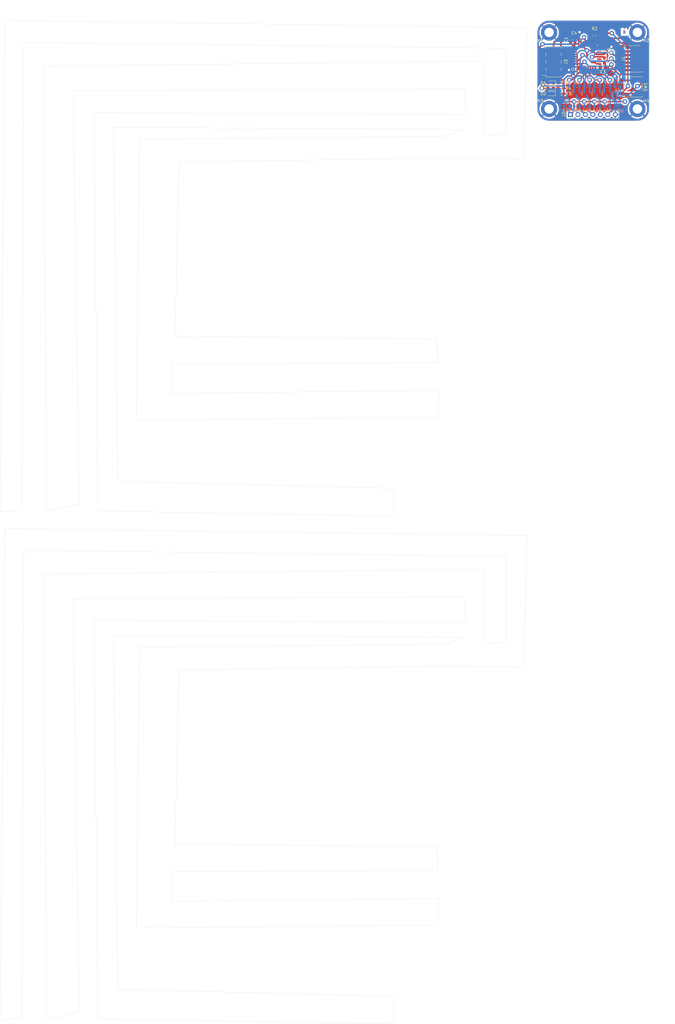
<source format=kicad_pcb>
(kicad_pcb (version 20221018) (generator pcbnew)
  (layers (0 "F.Cu" signal) (31 "B.Cu" signal) (34 "B.Paste" user) (35 "F.Paste" user) (36 "B.SilkS" user "B.Silkscreen") (37 "F.SilkS" user "F.Silkscreen") (38 "B.Mask" user) (39 "F.Mask" user) (44 "Edge.Cuts" user))
  (net 0 "")
  (net 1 "+5V-v2-")
  (net 2 "GND-v2-")
  (net 3 "+3.3V-v2-")
  (net 4 "Net-(D1-K)-v2-")
  (net 6 "Net-(D3-K)-v2-")
  (net 7 "Status_LED-v2-")
  (net 8 "Data_Clock_SNES-v2-")
  (net 9 "Data_Latch_SNES-v2-")
  (net 10 "Net-(D2-K)-v2-")
  (net 11 "Serial_Data1_SNES-v2-")
  (net 12 "Serial_Data2_SNES-v2-")
  (net 13 "SPI_Chip_Select-v2-")
  (net 14 "Chip_Enable-v2-")
  (net 15 "SPI_Digital_Input-v2-")
  (net 16 "SPI_Clock-v2-")
  (net 17 "SPI_Digital_Output-v2-")
  (net 18 "IOBit_SNES-v2-")
  (net 19 "Data_Clock_STM32-v2-")
  (net 20 "Data_Latch_STM32-v2-")
  (net 21 "Appairing_Btn-v2-")
  (net 22 "Net-(U2-BP)-v2-")
  (net 23 "SWDIO-v2-")
  (net 24 "SWDCK-v2-")
  (net 27 "NRST-v2-")
  (net 28 "USART2_RX-v2-")
  (net 29 "USART2_TX-v2-")
  (net 30 "Serial_Data1_STM32-v2-")
  (net 31 "IOBit_STM32-v2-")
  (net 32 "Serial_Data2_STM32-v2-")
  (footprint "Resistor_SMD:R_0603_1608Metric_Pad0.98x0.95mm_HandSolder" (layer "F.Cu") (at 191.76875 22.45)
    (fp_text reference "R1")
    (fp_text value "1k")
  )
  (footprint "Resistor_SMD:R_0603_1608Metric_Pad0.98x0.95mm_HandSolder" (layer "F.Cu") (at 191.76875 24.25)
    (fp_text reference "R4")
    (fp_text value "1k")
  )
  (footprint "Connector_PinHeader_2.54mm:PinHeader_1x07_P2.54mm_Vertical" (layer "F.Cu") (at 195 33.15 90)
    (fp_text reference "J2")
    (fp_text value "Conn_01x07_Socket")
  )
  (footprint "MountingHole:MountingHole_3.2mm_M3_DIN965_Pad" (layer "F.Cu") (at 187.75 5.25)
    (fp_text reference "H1")
    (fp_text value "MountingHole_Pad")
  )
  (footprint "MountingHole:MountingHole_3.2mm_M3_DIN965_Pad" (layer "F.Cu") (at 217.75 5.25)
    (fp_text reference "H2")
    (fp_text value "MountingHole_Pad")
  )
  (footprint "Package_QFP:LQFP-32_7x7mm_P0.8mm" (layer "F.Cu") (at 200.6 13.15 180)
    (fp_text reference "U1")
    (fp_text value "STM32L412KBTx")
  )
  (footprint "Connector_PinHeader_1.27mm:PinHeader_2x07_P1.27mm_Vertical_SMD" (layer "F.Cu") (at 216.75 14.25 180)
    (fp_text reference "J1")
    (fp_text value "Conn_02x07_Odd_Even")
  )
  (footprint "Resistor_SMD:R_0603_1608Metric_Pad0.98x0.95mm_HandSolder" (layer "F.Cu") (at 191.76875 26.05)
    (fp_text reference "R3")
    (fp_text value "1k")
  )
  (footprint "Button_Switch_SMD:SW_SPST_B3S-1000" (layer "F.Cu") (at 216.25 23.75 180)
    (fp_text reference "SW1")
    (fp_text value "SW_SPST")
  )
  (footprint "MountingHole:MountingHole_3.2mm_M3_DIN965_Pad" (layer "F.Cu") (at 217.75 31.25)
    (fp_text reference "H4")
    (fp_text value "MountingHole_Pad")
  )
  (footprint "MountingHole:MountingHole_3.2mm_M3_DIN965_Pad" (layer "F.Cu") (at 187.75 31.25)
    (fp_text reference "H3")
    (fp_text value "MountingHole_Pad")
  )
  (footprint "Capacitor_SMD:C_0603_1608Metric_Pad1.08x0.95mm_HandSolder" (layer "F.Cu") (at 206.0025 17.19)
    (fp_text reference "C3")
    (fp_text value "100n")
  )
  (footprint "Diode_SMD:D_0603_1608Metric_Pad1.05x0.95mm_HandSolder" (layer "F.Cu") (at 188.26875 22.45 180)
    (fp_text reference "D1")
    (fp_text value "LED_Small")
  )
  (footprint "Capacitor_SMD:C_0603_1608Metric_Pad1.08x0.95mm_HandSolder" (layer "F.Cu") (at 196.55 7.75 90)
    (fp_text reference "C4")
    (fp_text value "100n")
  )
  (footprint "Resistor_SMD:R_0603_1608Metric_Pad0.98x0.95mm_HandSolder" (layer "F.Cu") (at 203.17 6.32 90)
    (fp_text reference "R2")
    (fp_text value "10k")
  )
  (footprint "Connector_PinSocket_2.54mm:PinSocket_2x04_P2.54mm_Vertical_SMD" (layer "F.Cu") (at 189.25 15.25 180)
    (fp_text reference "J3")
    (fp_text value "Conn_01x08_Socket")
  )
  (footprint "Capacitor_SMD:C_0603_1608Metric_Pad1.08x0.95mm_HandSolder" (layer "F.Cu") (at 195.05 7.75 90)
    (fp_text reference "C1")
    (fp_text value "10u")
  )
  (footprint "Capacitor_SMD:C_0603_1608Metric_Pad1.08x0.95mm_HandSolder" (layer "F.Cu") (at 206.51 14.8025 90)
    (fp_text reference "C2")
    (fp_text value "100n")
  )
  (footprint "Diode_SMD:D_0603_1608Metric_Pad1.05x0.95mm_HandSolder" (layer "F.Cu") (at 188.26875 24.25 180)
    (fp_text reference "D3")
    (fp_text value "LED")
  )
  (footprint "Diode_SMD:D_0603_1608Metric_Pad1.05x0.95mm_HandSolder" (layer "F.Cu") (at 188.26875 26.05 180)
    (fp_text reference "D2")
    (fp_text value "LED_Small")
  )
  (footprint "Capacitor_SMD:C_0603_1608Metric_Pad1.08x0.95mm_HandSolder" (layer "F.Cu") (at 206.51 11.5 90)
    (fp_text reference "C5")
    (fp_text value "100n")
  )
  (footprint "Resistor_SMD:R_0603_1608Metric_Pad0.98x0.95mm_HandSolder" (layer "B.Cu") (at 193.7 23.45)
    (fp_text reference "R5")
    (fp_text value "10k")
  )
  (footprint "Capacitor_SMD:C_0603_1608Metric_Pad1.08x0.95mm_HandSolder" (layer "B.Cu") (at 210.9 22.2 180)
    (fp_text reference "C7")
    (fp_text value "2.2u")
  )
  (footprint "Package_TO_SOT_SMD:SOT-23" (layer "B.Cu") (at 207.5 26.15 -90)
    (fp_text reference "Q5")
    (fp_text value "2N7002")
  )
  (footprint "Resistor_SMD:R_0603_1608Metric_Pad0.98x0.95mm_HandSolder" (layer "B.Cu") (at 197.15 30.35)
    (fp_text reference "R11")
    (fp_text value "10k")
  )
  (footprint "Package_TO_SOT_SMD:SOT-23" (layer "B.Cu") (at 193.7 26.15 -90)
    (fp_text reference "Q1")
    (fp_text value "2N7002")
  )
  (footprint "Resistor_SMD:R_0603_1608Metric_Pad0.98x0.95mm_HandSolder" (layer "B.Cu") (at 197.15 23.45)
    (fp_text reference "R6")
    (fp_text value "10k")
  )
  (footprint "Resistor_SMD:R_0603_1608Metric_Pad0.98x0.95mm_HandSolder" (layer "B.Cu") (at 204.05 23.45)
    (fp_text reference "R8")
    (fp_text value "10k")
  )
  (footprint "Resistor_SMD:R_0603_1608Metric_Pad0.98x0.95mm_HandSolder" (layer "B.Cu") (at 200.6 30.35)
    (fp_text reference "R12")
    (fp_text value "10k")
  )
  (footprint "Capacitor_SMD:C_0603_1608Metric_Pad1.08x0.95mm_HandSolder" (layer "B.Cu") (at 210.9 23.7 180)
    (fp_text reference "C6")
    (fp_text value "470p")
  )
  (footprint "Package_TO_SOT_SMD:SOT-23" (layer "B.Cu") (at 200.6 26.15 -90)
    (fp_text reference "Q3")
    (fp_text value "2N7002")
  )
  (footprint "Package_TO_SOT_SMD:SOT-23" (layer "B.Cu") (at 204.05 26.15 -90)
    (fp_text reference "Q4")
    (fp_text value "2N7002")
  )
  (footprint "Resistor_SMD:R_0603_1608Metric_Pad0.98x0.95mm_HandSolder" (layer "B.Cu") (at 200.6 23.45)
    (fp_text reference "R7")
    (fp_text value "10k")
  )
  (footprint "Package_SO:MSOP-8_3x3mm_P0.65mm" (layer "B.Cu") (at 211.0125 27.9 -90)
    (fp_text reference "U2")
    (fp_text value "MIC5219-3.3YMM")
  )
  (footprint "Resistor_SMD:R_0603_1608Metric_Pad0.98x0.95mm_HandSolder" (layer "B.Cu") (at 207.5 23.45)
    (fp_text reference "R9")
    (fp_text value "10k")
  )
  (footprint "Package_TO_SOT_SMD:SOT-23" (layer "B.Cu") (at 197.15 26.15 -90)
    (fp_text reference "Q2")
    (fp_text value "2N7002")
  )
  (footprint "Resistor_SMD:R_0603_1608Metric_Pad0.98x0.95mm_HandSolder" (layer "B.Cu") (at 204.05 30.35)
    (fp_text reference "R13")
    (fp_text value "10k")
  )
  (footprint "Resistor_SMD:R_0603_1608Metric_Pad0.98x0.95mm_HandSolder" (layer "B.Cu") (at 207.5 30.35)
    (fp_text reference "R14")
    (fp_text value "10k")
  )
  (footprint "Resistor_SMD:R_0603_1608Metric_Pad0.98x0.95mm_HandSolder" (layer "B.Cu") (at 193.7 30.35)
    (fp_text reference "R10")
    (fp_text value "10k")
  )
  (gr_arc (start 187.75 35.25) (mid 184.921573 34.078427) (end 183.75 31.25) (stroke (width 0.1)) (layer "Edge.Cuts"))
  (gr_line (start 8.639937 167.44989) (end 9.309937 8.63989) (stroke (width 0.05)) (layer "Edge.Cuts"))
  (gr_line (start 59.679937 117.75989) (end 149.999937 117.42989) (stroke (width 0.05)) (layer "Edge.Cuts"))
  (gr_line (start 173.159937 183.14989) (end 173.159937 212.35989) (stroke (width 0.05)) (layer "Edge.Cuts"))
  (gr_arc (start 221.75 31.25) (mid 220.578427 34.078427) (end 217.75 35.25) (stroke (width 0.1)) (layer "Edge.Cuts"))
  (gr_line (start 165.439937 187.51989) (end 16.029937 189.19989) (stroke (width 0.05)) (layer "Edge.Cuts"))
  (gr_arc (start 183.75 5.25) (mid 184.921573 2.421573) (end 187.75 1.25) (stroke (width 0.1)) (layer "Edge.Cuts"))
  (gr_line (start 47.589937 136.89989) (end 149.999937 135.88989) (stroke (width 0.05)) (layer "Edge.Cuts"))
  (gr_line (start 60.679937 280.85989) (end 62.029937 221.76989) (stroke (width 0.05)) (layer "Edge.Cuts"))
  (gr_line (start 179.209937 220.75989) (end 180.219937 176.09989) (stroke (width 0.05)) (layer "Edge.Cuts"))
  (gr_line (start 165.439937 15.01989) (end 16.029937 16.69989) (stroke (width 0.05)) (layer "Edge.Cuts"))
  (gr_line (start 217.75 35.25) (end 187.75 35.25) (stroke (width 0.1)) (layer "Edge.Cuts"))
  (gr_line (start 26.099937 25.08989) (end 159.059937 24.41989) (stroke (width 0.05)) (layer "Edge.Cuts"))
  (gr_line (start 159.399937 205.64989) (end 33.149937 204.97989) (stroke (width 0.05)) (layer "Edge.Cuts"))
  (gr_line (start 16.029937 189.19989) (end 17.039937 340.28989) (stroke (width 0.05)) (layer "Edge.Cuts"))
  (gr_line (start 183.75 31.25) (end 183.75 5.25) (stroke (width 0.1)) (layer "Edge.Cuts"))
  (gr_line (start 150.329937 126.82989) (end 59.679937 127.82989) (stroke (width 0.05)) (layer "Edge.Cuts"))
  (gr_line (start 149.999937 289.92989) (end 149.659937 281.86989) (stroke (width 0.05)) (layer "Edge.Cuts"))
  (gr_line (start 180.219937 3.59989) (end 2.929937 1.24989) (stroke (width 0.05)) (layer "Edge.Cuts"))
  (gr_line (start 16.029937 16.69989) (end 17.039937 167.78989) (stroke (width 0.05)) (layer "Edge.Cuts"))
  (gr_line (start 17.039937 340.28989) (end 28.119937 337.93989) (stroke (width 0.05)) (layer "Edge.Cuts"))
  (gr_line (start 59.679937 300.32989) (end 59.679937 290.25989) (stroke (width 0.05)) (layer "Edge.Cuts"))
  (gr_line (start 150.329937 299.32989) (end 59.679937 300.32989) (stroke (width 0.05)) (layer "Edge.Cuts"))
  (gr_line (start 59.679937 290.25989) (end 149.999937 289.92989) (stroke (width 0.05)) (layer "Edge.Cuts"))
  (gr_line (start 149.999937 135.88989) (end 150.329937 126.82989) (stroke (width 0.05)) (layer "Edge.Cuts"))
  (gr_line (start 158.729937 210.68989) (end 152.349937 213.03989) (stroke (width 0.05)) (layer "Edge.Cuts"))
  (gr_line (start 2.929937 1.24989) (end 1.249937 168.12989) (stroke (width 0.05)) (layer "Edge.Cuts"))
  (gr_line (start 173.159937 212.35989) (end 165.439937 212.69989) (stroke (width 0.05)) (layer "Edge.Cuts"))
  (gr_line (start 134.889937 169.46989) (end 134.889937 160.06989) (stroke (width 0.05)) (layer "Edge.Cuts"))
  (gr_line (start 41.209937 330.21989) (end 39.869937 210.00989) (stroke (width 0.05)) (layer "Edge.Cuts"))
  (gr_line (start 33.149937 204.97989) (end 34.489937 340.28989) (stroke (width 0.05)) (layer "Edge.Cuts"))
  (gr_line (start 159.399937 33.14989) (end 33.149937 32.47989) (stroke (width 0.05)) (layer "Edge.Cuts"))
  (gr_line (start 8.639937 339.94989) (end 9.309937 181.13989) (stroke (width 0.05)) (layer "Edge.Cuts"))
  (gr_line (start 48.599937 214.03989) (end 47.589937 309.39989) (stroke (width 0.05)) (layer "Edge.Cuts"))
  (gr_line (start 179.209937 48.25989) (end 180.219937 3.59989) (stroke (width 0.05)) (layer "Edge.Cuts"))
  (gr_line (start 2.929937 173.74989) (end 1.249937 340.62989) (stroke (width 0.05)) (layer "Edge.Cuts"))
  (gr_line (start 180.219937 176.09989) (end 2.929937 173.74989) (stroke (width 0.05)) (layer "Edge.Cuts"))
  (gr_line (start 149.659937 109.36989) (end 60.679937 108.35989) (stroke (width 0.05)) (layer "Edge.Cuts"))
  (gr_line (start 26.099937 197.58989) (end 159.059937 196.91989) (stroke (width 0.05)) (layer "Edge.Cuts"))
  (gr_line (start 47.589937 309.39989) (end 149.999937 308.38989) (stroke (width 0.05)) (layer "Edge.Cuts"))
  (gr_line (start 48.599937 41.53989) (end 47.589937 136.89989) (stroke (width 0.05)) (layer "Edge.Cuts"))
  (gr_line (start 152.349937 40.53989) (end 48.599937 41.53989) (stroke (width 0.05)) (layer "Edge.Cuts"))
  (gr_line (start 134.889937 332.56989) (end 41.209937 330.21989) (stroke (width 0.05)) (layer "Edge.Cuts"))
  (gr_line (start 9.309937 181.13989) (end 173.159937 183.14989) (stroke (width 0.05)) (layer "Edge.Cuts"))
  (gr_line (start 39.869937 210.00989) (end 158.729937 210.68989) (stroke (width 0.05)) (layer "Edge.Cuts"))
  (gr_line (start 17.039937 167.78989) (end 28.119937 165.43989) (stroke (width 0.05)) (layer "Edge.Cuts"))
  (gr_line (start 62.029937 221.76989) (end 153.019937 220.41989) (stroke (width 0.05)) (layer "Edge.Cuts"))
  (gr_line (start 9.309937 8.63989) (end 173.159937 10.64989) (stroke (width 0.05)) (layer "Edge.Cuts"))
  (gr_line (start 34.489937 167.78989) (end 134.889937 169.46989) (stroke (width 0.05)) (layer "Edge.Cuts"))
  (gr_line (start 41.209937 157.71989) (end 39.869937 37.50989) (stroke (width 0.05)) (layer "Edge.Cuts"))
  (gr_line (start 62.029937 49.26989) (end 153.019937 47.91989) (stroke (width 0.05)) (layer "Edge.Cuts"))
  (gr_line (start 33.149937 32.47989) (end 34.489937 167.78989) (stroke (width 0.05)) (layer "Edge.Cuts"))
  (gr_line (start 149.999937 117.42989) (end 149.659937 109.36989) (stroke (width 0.05)) (layer "Edge.Cuts"))
  (gr_line (start 165.439937 40.19989) (end 165.439937 15.01989) (stroke (width 0.05)) (layer "Edge.Cuts"))
  (gr_line (start 59.679937 127.82989) (end 59.679937 117.75989) (stroke (width 0.05)) (layer "Edge.Cuts"))
  (gr_line (start 159.059937 196.91989) (end 159.399937 205.64989) (stroke (width 0.05)) (layer "Edge.Cuts"))
  (gr_line (start 39.869937 37.50989) (end 158.729937 38.18989) (stroke (width 0.05)) (layer "Edge.Cuts"))
  (gr_line (start 1.249937 340.62989) (end 8.639937 339.94989) (stroke (width 0.05)) (layer "Edge.Cuts"))
  (gr_arc (start 217.75 1.25) (mid 220.578427 2.421573) (end 221.75 5.25) (stroke (width 0.1)) (layer "Edge.Cuts"))
  (gr_line (start 34.489937 340.28989) (end 134.889937 341.96989) (stroke (width 0.05)) (layer "Edge.Cuts"))
  (gr_line (start 28.119937 165.43989) (end 26.099937 25.08989) (stroke (width 0.05)) (layer "Edge.Cuts"))
  (gr_line (start 153.019937 220.41989) (end 179.209937 220.75989) (stroke (width 0.05)) (layer "Edge.Cuts"))
  (gr_line (start 221.75 5.25) (end 221.75 31.25) (stroke (width 0.1)) (layer "Edge.Cuts"))
  (gr_line (start 187.75 1.25) (end 217.75 1.25) (stroke (width 0.1)) (layer "Edge.Cuts"))
  (gr_line (start 149.659937 281.86989) (end 60.679937 280.85989) (stroke (width 0.05)) (layer "Edge.Cuts"))
  (gr_line (start 153.019937 47.91989) (end 179.209937 48.25989) (stroke (width 0.05)) (layer "Edge.Cuts"))
  (gr_line (start 134.889937 160.06989) (end 41.209937 157.71989) (stroke (width 0.05)) (layer "Edge.Cuts"))
  (gr_line (start 173.159937 39.85989) (end 165.439937 40.19989) (stroke (width 0.05)) (layer "Edge.Cuts"))
  (gr_line (start 165.439937 212.69989) (end 165.439937 187.51989) (stroke (width 0.05)) (layer "Edge.Cuts"))
  (gr_line (start 152.349937 213.03989) (end 48.599937 214.03989) (stroke (width 0.05)) (layer "Edge.Cuts"))
  (gr_line (start 134.889937 341.96989) (end 134.889937 332.56989) (stroke (width 0.05)) (layer "Edge.Cuts"))
  (gr_line (start 159.059937 24.41989) (end 159.399937 33.14989) (stroke (width 0.05)) (layer "Edge.Cuts"))
  (gr_line (start 149.999937 308.38989) (end 150.329937 299.32989) (stroke (width 0.05)) (layer "Edge.Cuts"))
  (gr_line (start 1.249937 168.12989) (end 8.639937 167.44989) (stroke (width 0.05)) (layer "Edge.Cuts"))
  (gr_line (start 158.729937 38.18989) (end 152.349937 40.53989) (stroke (width 0.05)) (layer "Edge.Cuts"))
  (gr_line (start 173.159937 10.64989) (end 173.159937 39.85989) (stroke (width 0.05)) (layer "Edge.Cuts"))
  (gr_line (start 60.679937 108.35989) (end 62.029937 49.26989) (stroke (width 0.05)) (layer "Edge.Cuts"))
  (gr_line (start 28.119937 337.93989) (end 26.099937 197.58989) (stroke (width 0.05)) (layer "Edge.Cuts"))
  (gr_text "SNES Plug" (at 205.75 3.75) (layer "F.Cu") (effects (font (size 1 1)) (justify left bottom)))
  (gr_text "T" (at 212.75 5.75) (layer "F.Cu") (effects (font (size 1 1)) (justify left bottom)))
  (gr_text "B" (at 212.75 5.75) (layer "B.Cu") (effects (font (size 1 1)) (justify left bottom)))
  (segment (start 206.5875 28.75) (end 213.5 28.75) (width 0.5) (layer "F.Cu") (net 1))
  (segment (start 203.1375 28.75) (end 199.6875 28.75) (width 0.5) (layer "F.Cu") (net 1))
  (segment (start 196.2375 28.75) (end 199.6875 28.75) (width 0.3) (layer "F.Cu") (net 1))
  (segment (start 191.5 28.75) (end 196.2375 28.75) (width 0.5) (layer "F.Cu") (net 1))
  (segment (start 187.39375 26.084561) (end 188.809189 27.5) (width 0.5) (layer "F.Cu") (net 1))
  (segment (start 187.39375 26.05) (end 187.39375 26.084561) (width 0.5) (layer "F.Cu") (net 1))
  (segment (start 190.25 27.5) (end 191.5 28.75) (width 0.5) (layer "F.Cu") (net 1))
  (segment (start 196.2375 28.75) (end 196.2375 31.9125) (width 0.5) (layer "F.Cu") (net 1))
  (segment (start 196.2375 31.9125) (end 195 33.15) (width 0.5) (layer "F.Cu") (net 1))
  (segment (start 203.1375 28.75) (end 206.5875 28.75) (width 0.5) (layer "F.Cu") (net 1))
  (segment (start 188.809189 27.5) (end 190.25 27.5) (width 0.5) (layer "F.Cu") (net 1))
  (via (at 213.5 28.75) (size 1.6) (drill 0.8) (layers "F.Cu" "B.Cu") (net 1))
  (via (at 199.6875 28.75) (size 1.6) (drill 0.8) (layers "F.Cu" "B.Cu") (net 1))
  (via (at 203.1375 28.75) (size 1.6) (drill 0.8) (layers "F.Cu" "B.Cu") (net 1))
  (via (at 196.2375 28.75) (size 1.6) (drill 0.8) (layers "F.Cu" "B.Cu") (net 1))
  (via (at 206.5875 28.75) (size 1.6) (drill 0.8) (layers "F.Cu" "B.Cu") (net 1))
  (segment (start 195 33.15) (end 195 32.5625) (width 0.5) (layer "B.Cu") (net 1))
  (segment (start 212.106739 28.65) (end 210.6875 27.230761) (width 0.5) (layer "B.Cu") (net 1))
  (segment (start 203.1375 28.75) (end 203.1375 30.35) (width 0.5) (layer "B.Cu") (net 1))
  (segment (start 196.2375 30.35) (end 196.2375 28.75) (width 0.5) (layer "B.Cu") (net 1))
  (segment (start 210.6875 25.7875) (end 210.6875 27.230761) (width 0.3) (layer "B.Cu") (net 1))
  (segment (start 199.6875 28.75) (end 199.6875 30.35) (width 0.5) (layer "B.Cu") (net 1))
  (segment (start 213.4 28.65) (end 212.106739 28.65) (width 0.5) (layer "B.Cu") (net 1))
  (segment (start 195 32.5625) (end 192.7875 30.35) (width 0.5) (layer "B.Cu") (net 1))
  (segment (start 213.5 28.75) (end 213.4 28.65) (width 0.5) (layer "B.Cu") (net 1))
  (segment (start 206.5875 28.75) (end 206.5875 30.35) (width 0.5) (layer "B.Cu") (net 1))
  (segment (start 208.899189 10.15) (end 208.411689 10.6375) (width 0.5) (layer "F.Cu") (net 2))
  (segment (start 193.44 19.06) (end 191.77 19.06) (width 0.5) (layer "F.Cu") (net 2))
  (segment (start 204.29 18.215) (end 205.84 18.215) (width 0.5) (layer "F.Cu") (net 2))
  (segment (start 196.55 6.8875) (end 196.55 6.7) (width 0.5) (layer "F.Cu") (net 2))
  (segment (start 206.51 15.591193) (end 207.535 14.566193) (width 0.5) (layer "F.Cu") (net 2))
  (segment (start 208.411689 10.6375) (end 206.51 10.6375) (width 0.5) (layer "F.Cu") (net 2))
  (segment (start 206.865 17.19) (end 206.865 16.02) (width 0.5) (layer "F.Cu") (net 2))
  (segment (start 194.5 18) (end 193.44 19.06) (width 0.5) (layer "F.Cu") (net 2))
  (segment (start 207.535 11.6625) (end 206.51 10.6375) (width 0.5) (layer "F.Cu") (net 2))
  (segment (start 195.05 6.8875) (end 196.55 6.8875) (width 0.5) (layer "F.Cu") (net 2))
  (segment (start 196.55 6.7) (end 198.1 5.15) (width 0.5) (layer "F.Cu") (net 2))
  (segment (start 203.4 17.325) (end 204.29 18.215) (width 0.5) (layer "F.Cu") (net 2))
  (segment (start 197.8 5.45) (end 197.8 8.975) (width 0.5) (layer "F.Cu") (net 2))
  (segment (start 198.1 5.15) (end 197.8 5.45) (width 0.5) (layer "F.Cu") (net 2))
  (segment (start 207.535 14.566193) (end 207.535 11.6625) (width 0.5) (layer "F.Cu") (net 2))
  (segment (start 205.84 18.215) (end 206.865 17.19) (width 0.5) (layer "F.Cu") (net 2))
  (segment (start 206.865 16.02) (end 206.51 15.665) (width 0.5) (layer "F.Cu") (net 2))
  (segment (start 206.51 15.665) (end 206.51 15.591193) (width 0.5) (layer "F.Cu") (net 2))
  (via (at 194.5 18) (size 1.6) (drill 0.8) (layers "F.Cu" "B.Cu") (net 2))
  (via (at 198.1 5.15) (size 1.6) (drill 0.8) (layers "F.Cu" "B.Cu") (net 2))
  (via (at 208.899189 10.15) (size 1.6) (drill 0.8) (layers "F.Cu" "B.Cu") (net 2))
  (via (at 210.0375 20.15) (size 1.6) (drill 0.8) (layers "F.Cu" "B.Cu") (net 2))
  (segment (start 206.15 10.15) (end 201.15 5.15) (width 0.5) (layer "B.Cu") (net 2))
  (segment (start 210.0375 22.2) (end 210.0375 23.7) (width 0.5) (layer "B.Cu") (net 2))
  (segment (start 210.0375 22.2) (end 210.0375 20.15) (width 0.5) (layer "B.Cu") (net 2))
  (segment (start 208.899189 10.15) (end 206.15 10.15) (width 0.5) (layer "B.Cu") (net 2))
  (segment (start 210.0375 20.1875) (end 210 20.15) (width 0.5) (layer "B.Cu") (net 2))
  (segment (start 201.15 5.15) (end 198.1 5.15) (width 0.5) (layer "B.Cu") (net 2))
  (segment (start 220.225 21.5) (end 220.75 20.975) (width 0.5) (layer "F.Cu") (net 3))
  (segment (start 196.425 8.7375) (end 196.55 8.6125) (width 0.5) (layer "F.Cu") (net 3))
  (segment (start 205.14 16.315) (end 204.775 15.95) (width 0.5) (layer "F.Cu") (net 3))
  (segment (start 220.75 20.975) (end 220.75 17.14) (width 0.5) (layer "F.Cu") (net 3))
  (segment (start 196.425 10.35) (end 196.425 8.7375) (width 0.5) (layer "F.Cu") (net 3))
  (segment (start 204.775 12.75) (end 203.75 12.75) (width 0.5) (layer "F.Cu") (net 3))
  (segment (start 218.7 16.79) (end 220.4 16.79) (width 0.5) (layer "F.Cu") (net 3))
  (segment (start 202.4 11.4) (end 200.6 11.4) (width 0.5) (layer "F.Cu") (net 3))
  (segment (start 203.75 12.75) (end 202.4 11.4) (width 0.5) (layer "F.Cu") (net 3))
  (segment (start 217.75 23.5) (end 218.225 23.5) (width 0.5) (layer "F.Cu") (net 3))
  (segment (start 203.420406 15.5) (end 202.290811 15.5) (width 0.5) (layer "F.Cu") (net 3))
  (segment (start 185.25 24.25) (end 185.25 20.54) (width 0.5) (layer "F.Cu") (net 3))
  (segment (start 206.51 12.3625) (end 206.1225 12.75) (width 0.5) (layer "F.Cu") (net 3))
  (segment (start 205.14 17.19) (end 205.14 16.315) (width 0.5) (layer "F.Cu") (net 3))
  (segment (start 199.55 10.35) (end 196.425 10.35) (width 0.5) (layer "F.Cu") (net 3))
  (segment (start 206.1225 12.75) (end 204.775 12.75) (width 0.5) (layer "F.Cu") (net 3))
  (segment (start 202.290811 15.5) (end 200.6 13.809189) (width 0.5) (layer "F.Cu") (net 3))
  (segment (start 200.6 11.4) (end 199.55 10.35) (width 0.5) (layer "F.Cu") (net 3))
  (segment (start 185.25 20.54) (end 186.73 19.06) (width 0.5) (layer "F.Cu") (net 3))
  (segment (start 212.275 21.5) (end 220.225 21.5) (width 0.5) (layer "F.Cu") (net 3))
  (segment (start 220.4 16.79) (end 220.75 17.14) (width 0.5) (layer "F.Cu") (net 3))
  (segment (start 195.05 8.6125) (end 195.05 8.975) (width 0.5) (layer "F.Cu") (net 3))
  (segment (start 187.39375 24.25) (end 185.25 24.25) (width 0.5) (layer "F.Cu") (net 3))
  (segment (start 204.775 15.95) (end 203.870406 15.95) (width 0.5) (layer "F.Cu") (net 3))
  (segment (start 195.05 8.975) (end 196.425 10.35) (width 0.5) (layer "F.Cu") (net 3))
  (segment (start 200.6 13.809189) (end 200.6 11.4) (width 0.5) (layer "F.Cu") (net 3))
  (segment (start 218.225 23.5) (end 220.225 21.5) (width 0.5) (layer "F.Cu") (net 3))
  (segment (start 203.870406 15.95) (end 203.420406 15.5) (width 0.5) (layer "F.Cu") (net 3))
  (via (at 217.75 23.5) (size 1.6) (drill 0.8) (layers "F.Cu" "B.Cu") (net 3))
  (via (at 200.6 11.4) (size 1.6) (drill 0.8) (layers "F.Cu" "B.Cu") (net 3))
  (via (at 185.25 24.25) (size 1.6) (drill 0.8) (layers "F.Cu" "B.Cu") (net 3))
  (segment (start 204.203311 20.05) (end 203.1375 21.115811) (width 0.5) (layer "B.Cu") (net 3))
  (segment (start 186.05 23.45) (end 192.7875 23.45) (width 0.5) (layer "B.Cu") (net 3))
  (segment (start 208.903311 18.8) (end 206.5875 21.115811) (width 0.5) (layer "B.Cu") (net 3))
  (segment (start 205.521689 20.05) (end 204.203311 20.05) (width 0.5) (layer "B.Cu") (net 3))
  (segment (start 211.3375 25.7875) (end 211.3375 26.727817) (width 0.3) (layer "B.Cu") (net 3))
  (segment (start 199.6875 21.115811) (end 200.753311 20.05) (width 0.5) (layer "B.Cu") (net 3))
  (segment (start 199.65 23.4875) (end 199.6875 23.45) (width 0.5) (layer "B.Cu") (net 3))
  (segment (start 214.743261 26.506739) (end 217.75 23.5) (width 0.5) (layer "B.Cu") (net 3))
  (segment (start 195.171689 20.05) (end 196.2375 21.115811) (width 0.5) (layer "B.Cu") (net 3))
  (segment (start 202.071689 20.05) (end 203.1375 21.115811) (width 0.5) (layer "B.Cu") (net 3))
  (segment (start 211.7625 22.2) (end 211.7625 19.965811) (width 0.5) (layer "B.Cu") (net 3))
  (segment (start 214.743261 26.506739) (end 213 26.506739) (width 0.5) (layer "B.Cu") (net 3))
  (segment (start 212.45 22.2) (end 211.7625 22.2) (width 0.5) (layer "B.Cu") (net 3))
  (segment (start 197.303311 12.446689) (end 197.303311 20.05) (width 0.5) (layer "B.Cu") (net 3))
  (segment (start 194.053311 20.05) (end 195.171689 20.05) (width 0.5) (layer "B.Cu") (net 3))
  (segment (start 196.2375 21.115811) (end 196.2375 23.45) (width 0.5) (layer "B.Cu") (net 3))
  (segment (start 192.75 25.2125) (end 192.75 23.4875) (width 0.5) (layer "B.Cu") (net 3))
  (segment (start 185.25 24.25) (end 186.05 23.45) (width 0.5) (layer "B.Cu") (net 3))
  (segment (start 199.6875 23.45) (end 199.6875 21.115811) (width 0.5) (layer "B.Cu") (net 3))
  (segment (start 199.65 25.2125) (end 199.65 23.4875) (width 0.5) (layer "B.Cu") (net 3))
  (segment (start 213 26.506739) (end 213 22.75) (width 0.5) (layer "B.Cu") (net 3))
  (segment (start 198.621689 20.05) (end 197.303311 20.05) (width 0.5) (layer "B.Cu") (net 3))
  (segment (start 211.3375 26.727817) (end 211.759683 27.15) (width 0.3) (layer "B.Cu") (net 3))
  (segment (start 213 26.506739) (end 212.356739 27.15) (width 0.5) (layer "B.Cu") (net 3))
  (segment (start 203.1 23.4875) (end 203.1375 23.45) (width 0.5) (layer "B.Cu") (net 3))
  (segment (start 197.303311 20.05) (end 196.2375 21.115811) (width 0.5) (layer "B.Cu") (net 3))
  (segment (start 198.35 11.4) (end 197.303311 12.446689) (width 0.5) (layer "B.Cu") (net 3))
  (segment (start 203.1 25.2125) (end 203.1 23.4875) (width 0.5) (layer "B.Cu") (net 3))
  (segment (start 200.6 11.4) (end 198.35 11.4) (width 0.5) (layer "B.Cu") (net 3))
  (segment (start 211.7625 19.965811) (end 210.596689 18.8) (width 0.5) (layer "B.Cu") (net 3))
  (segment (start 200.753311 20.05) (end 202.071689 20.05) (width 0.5) (layer "B.Cu") (net 3))
  (segment (start 206.5875 23.45) (end 206.5875 21.115811) (width 0.5) (layer "B.Cu") (net 3))
  (segment (start 192.7875 21.315811) (end 194.053311 20.05) (width 0.5) (layer "B.Cu") (net 3))
  (segment (start 213 22.75) (end 212.45 22.2) (width 0.5) (layer "B.Cu") (net 3))
  (segment (start 199.6875 21.115811) (end 198.621689 20.05) (width 0.5) (layer "B.Cu") (net 3))
  (segment (start 203.1375 21.115811) (end 203.1375 23.45) (width 0.5) (layer "B.Cu") (net 3))
  (segment (start 206.55 23.4875) (end 206.5875 23.45) (width 0.5) (layer "B.Cu") (net 3))
  (segment (start 196.2 25.2125) (end 196.2 23.4875) (width 0.5) (layer "B.Cu") (net 3))
  (segment (start 210.596689 18.8) (end 208.903311 18.8) (width 0.5) (layer "B.Cu") (net 3))
  (segment (start 212.356739 27.15) (end 211.759683 27.15) (width 0.5) (layer "B.Cu") (net 3))
  (segment (start 206.55 25.2125) (end 206.55 23.4875) (width 0.5) (layer "B.Cu") (net 3))
  (segment (start 196.2 23.4875) (end 196.2375 23.45) (width 0.5) (layer "B.Cu") (net 3))
  (segment (start 206.5875 21.115811) (end 205.521689 20.05) (width 0.5) (layer "B.Cu") (net 3))
  (segment (start 192.7875 23.45) (end 192.7875 21.315811) (width 0.5) (layer "B.Cu") (net 3))
  (segment (start 192.75 23.4875) (end 192.7875 23.45) (width 0.5) (layer "B.Cu") (net 3))
  (segment (start 190.85625 22.45) (end 189.14375 22.45) (width 0.5) (layer "F.Cu") (net 4))
  (segment (start 190.85625 24.25) (end 189.14375 24.25) (width 0.5) (layer "F.Cu") (net 6))
  (segment (start 188.41875 21.425) (end 192.575 21.425) (width 0.5) (layer "F.Cu") (net 7))
  (segment (start 192.575 21.425) (end 194 20) (width 0.5) (layer "F.Cu") (net 7))
  (segment (start 194 20) (end 195.125 20) (width 0.5) (layer "F.Cu") (net 7))
  (segment (start 187.39375 22.45) (end 188.41875 21.425) (width 0.5) (layer "F.Cu") (net 7))
  (segment (start 195.125 20) (end 197.8 17.325) (width 0.5) (layer "F.Cu") (net 7))
  (segment (start 197.54 33.15) (end 197.54 32.54) (width 0.5) (layer "B.Cu") (net 8))
  (segment (start 196.0125 31.75) (end 194.6125 30.35) (width 0.5) (layer "B.Cu") (net 8))
  (segment (start 194.6125 28) (end 193.7 27.0875) (width 0.5) (layer "B.Cu") (net 8))
  (segment (start 197.54 32.54) (end 196.75 31.75) (width 0.5) (layer "B.Cu") (net 8))
  (segment (start 196.75 31.75) (end 196.0125 31.75) (width 0.5) (layer "B.Cu") (net 8))
  (segment (start 194.6125 30.35) (end 194.6125 28) (width 0.5) (layer "B.Cu") (net 8))
  (segment (start 198.0625 30.35) (end 198.0625 31.2125) (width 0.5) (layer "B.Cu") (net 9))
  (segment (start 198.0625 30.35) (end 198.0625 28) (width 0.5) (layer "B.Cu") (net 9))
  (segment (start 198.0625 28) (end 197.15 27.0875) (width 0.5) (layer "B.Cu") (net 9))
  (segment (start 198.0625 31.2125) (end 200 33.15) (width 0.5) (layer "B.Cu") (net 9))
  (segment (start 189.14375 26.05) (end 190.85625 26.05) (width 0.5) (layer "F.Cu") (net 10))
  (segment (start 201.5125 32.1625) (end 202.5 33.15) (width 0.5) (layer "B.Cu") (net 11))
  (segment (start 201.5125 28) (end 200.6 27.0875) (width 0.5) (layer "B.Cu") (net 11))
  (segment (start 201.5125 30.35) (end 201.5125 32.1625) (width 0.5) (layer "B.Cu") (net 11))
  (segment (start 201.5125 30.35) (end 201.5125 28) (width 0.5) (layer "B.Cu") (net 11))
  (segment (start 204.9625 30.35) (end 204.9625 28) (width 0.5) (layer "B.Cu") (net 12))
  (segment (start 204.9625 30.35) (end 204.9625 33.1125) (width 0.5) (layer "B.Cu") (net 12))
  (segment (start 204.9625 33.1125) (end 205 33.15) (width 0.5) (layer "B.Cu") (net 12))
  (segment (start 204.9625 28) (end 204.05 27.0875) (width 0.5) (layer "B.Cu") (net 12))
  (segment (start 194 12) (end 194 14.75) (width 0.5) (layer "F.Cu") (net 13))
  (segment (start 194 14.75) (end 193.5 15.25) (width 0.5) (layer "F.Cu") (net 13))
  (segment (start 194.85 11.15) (end 194 12) (width 0.5) (layer "F.Cu") (net 13))
  (segment (start 196.425 11.15) (end 194.85 11.15) (width 0.5) (layer "F.Cu") (net 13))
  (segment (start 193.5 15.25) (end 188 15.25) (width 0.5) (layer "F.Cu") (net 13))
  (segment (start 188 15.25) (end 186.73 16.52) (width 0.5) (layer "F.Cu") (net 13))
  (segment (start 191.77 16.52) (end 194.23 16.52) (width 0.5) (layer "F.Cu") (net 14))
  (segment (start 194.23 16.52) (end 195.125 15.625) (width 0.5) (layer "F.Cu") (net 14))
  (segment (start 195.125 12.345406) (end 195.520406 11.95) (width 0.5) (layer "F.Cu") (net 14))
  (segment (start 195.125 15.625) (end 195.125 12.345406) (width 0.5) (layer "F.Cu") (net 14))
  (segment (start 195.520406 11.95) (end 196.425 11.95) (width 0.5) (layer "F.Cu") (net 14))
  (segment (start 201 6) (end 201 8.975) (width 0.5) (layer "F.Cu") (net 15))
  (segment (start 191.77 8.516307) (end 196.486307 3.8) (width 0.5) (layer "F.Cu") (net 15))
  (segment (start 198.8 3.8) (end 201 6) (width 0.5) (layer "F.Cu") (net 15))
  (segment (start 191.77 11.44) (end 191.77 8.516307) (width 0.5) (layer "F.Cu") (net 15))
  (segment (start 196.486307 3.8) (end 198.8 3.8) (width 0.5) (layer "F.Cu") (net 15))
  (segment (start 189.25 9) (end 195.75 2.5) (width 0.5) (layer "F.Cu") (net 16))
  (segment (start 189.25 12.46) (end 189.25 9) (width 0.5) (layer "F.Cu") (net 16))
  (segment (start 191.77 13.98) (end 190.77 13.98) (width 0.5) (layer "F.Cu") (net 16))
  (segment (start 201.8 4.55) (end 201.8 8.975) (width 0.5) (layer "F.Cu") (net 16))
  (segment (start 190.77 13.98) (end 189.25 12.46) (width 0.5) (layer "F.Cu") (net 16))
  (segment (start 199.75 2.5) (end 201.8 4.55) (width 0.5) (layer "F.Cu") (net 16))
  (segment (start 195.75 2.5) (end 199.75 2.5) (width 0.5) (layer "F.Cu") (net 16))
  (segment (start 185.73 13.98) (end 184.68 12.93) (width 0.5) (layer "F.Cu") (net 17))
  (segment (start 199.6 6.9) (end 199.6 7.470406) (width 0.5) (layer "F.Cu") (net 17))
  (segment (start 186.73 13.98) (end 185.73 13.98) (width 0.5) (layer "F.Cu") (net 17))
  (segment (start 199.6 7.470406) (end 200.2 8.070406) (width 0.5) (layer "F.Cu") (net 17))
  (segment (start 200.2 8.070406) (end 200.2 8.975) (width 0.5) (layer "F.Cu") (net 17))
  (segment (start 184.68 10.07) (end 185.5 9.25) (width 0.5) (layer "F.Cu") (net 17))
  (segment (start 184.68 12.93) (end 184.68 10.07) (width 0.5) (layer "F.Cu") (net 17))
  (via (at 185.5 9.25) (size 1.6) (drill 0.8) (layers "F.Cu" "B.Cu") (net 17))
  (via (at 199.6 6.9) (size 1.6) (drill 0.8) (layers "F.Cu" "B.Cu") (net 17))
  (segment (start 197.25 9.25) (end 199.6 6.9) (width 0.5) (layer "B.Cu") (net 17))
  (segment (start 185.5 9.25) (end 197.25 9.25) (width 0.5) (layer "B.Cu") (net 17))
  (segment (start 208.4125 28) (end 207.5 27.0875) (width 0.5) (layer "B.Cu") (net 18))
  (segment (start 208.4125 32.2375) (end 207.5 33.15) (width 0.5) (layer "B.Cu") (net 18))
  (segment (start 208.4125 30.35) (end 208.4125 28) (width 0.5) (layer "B.Cu") (net 18))
  (segment (start 208.4125 30.35) (end 208.4125 32.2375) (width 0.5) (layer "B.Cu") (net 18))
  (segment (start 194.6125 21.4) (end 195.429594 21.4) (width 0.5) (layer "F.Cu") (net 19))
  (segment (start 198.6 18.229594) (end 198.6 17.325) (width 0.5) (layer "F.Cu") (net 19))
  (segment (start 195.429594 21.4) (end 198.6 18.229594) (width 0.5) (layer "F.Cu") (net 19))
  (via (at 194.6125 21.4) (size 1.6) (drill 0.8) (layers "F.Cu" "B.Cu") (net 19))
  (segment (start 194.6125 23.45) (end 194.6125 21.4) (width 0.5) (layer "B.Cu") (net 19))
  (segment (start 194.65 23.4875) (end 194.6125 23.45) (width 0.5) (layer "B.Cu") (net 19))
  (segment (start 194.65 25.2125) (end 194.65 23.4875) (width 0.5) (layer "B.Cu") (net 19))
  (segment (start 199.4 20.0625) (end 199.4 17.325) (width 0.5) (layer "F.Cu") (net 20))
  (segment (start 198.0625 21.4) (end 199.4 20.0625) (width 0.5) (layer "F.Cu") (net 20))
  (via (at 198.0625 21.4) (size 1.6) (drill 0.8) (layers "F.Cu" "B.Cu") (net 20))
  (segment (start 198.0625 23.45) (end 198.0625 21.4) (width 0.5) (layer "B.Cu") (net 20))
  (segment (start 198.1 25.2125) (end 198.1 23.4875) (width 0.5) (layer "B.Cu") (net 20))
  (segment (start 198.1 23.4875) (end 198.0625 23.45) (width 0.5) (layer "B.Cu") (net 20))
  (segment (start 209 5.5) (end 204.9025 5.5) (width 0.5) (layer "F.Cu") (net 21))
  (segment (start 212.275 25.975) (end 212.275 26) (width 0.5) (layer "F.Cu") (net 21))
  (segment (start 202.6 8.975) (end 202.6 7.8025) (width 0.5) (layer "F.Cu") (net 21))
  (segment (start 214.5 23.75) (end 212.275 25.975) (width 0.5) (layer "F.Cu") (net 21))
  (segment (start 220.225 26) (end 212.275 26) (width 0.5) (layer "F.Cu") (net 21))
  (segment (start 202.6 7.8025) (end 203.17 7.2325) (width 0.5) (layer "F.Cu") (net 21))
  (segment (start 204.9025 5.5) (end 203.17 7.2325) (width 0.5) (layer "F.Cu") (net 21))
  (segment (start 214.5 23.5) (end 214.5 23.75) (width 0.5) (layer "F.Cu") (net 21))
  (via (at 209 5.5) (size 1.6) (drill 0.8) (layers "F.Cu" "B.Cu") (net 21))
  (via (at 214.5 23.5) (size 1.6) (drill 0.8) (layers "F.Cu" "B.Cu") (net 21))
  (segment (start 214.5 11) (end 209 5.5) (width 0.5) (layer "B.Cu") (net 21))
  (segment (start 214.5 23.5) (end 214.5 11) (width 0.5) (layer "B.Cu") (net 21))
  (segment (start 211.9875 23.925) (end 211.7625 23.7) (width 0.3) (layer "B.Cu") (net 22))
  (segment (start 211.9875 25.7875) (end 211.9875 23.925) (width 0.3) (layer "B.Cu") (net 22))
  (segment (start 199.1 13.379594) (end 199.1 13) (width 0.5) (layer "F.Cu") (net 23))
  (segment (start 214.8 18.06) (end 212.809189 18.06) (width 0.5) (layer "F.Cu") (net 23))
  (segment (start 196.425 15.15) (end 197.329594 15.15) (width 0.5) (layer "F.Cu") (net 23))
  (segment (start 197.329594 15.15) (end 199.1 13.379594) (width 0.5) (layer "F.Cu") (net 23))
  (segment (start 212.809189 18.06) (end 208.899189 14.15) (width 0.5) (layer "F.Cu") (net 23))
  (via (at 199.1 13) (size 1.6) (drill 0.8) (layers "F.Cu" "B.Cu") (net 23))
  (via (at 208.899189 14.15) (size 1.6) (drill 0.8) (layers "F.Cu" "B.Cu") (net 23))
  (segment (start 208.049189 15) (end 208.899189 14.15) (width 0.5) (layer "B.Cu") (net 23))
  (segment (start 201.75 15) (end 208.049189 15) (width 0.5) (layer "B.Cu") (net 23))
  (segment (start 199.75 13) (end 201.75 15) (width 0.5) (layer "B.Cu") (net 23))
  (segment (start 199.1 13) (end 199.75 13) (width 0.5) (layer "B.Cu") (net 23))
  (segment (start 216.43 19.5) (end 211.5 19.5) (width 0.5) (layer "F.Cu") (net 24))
  (segment (start 217.87 18.06) (end 216.43 19.5) (width 0.5) (layer "F.Cu") (net 24))
  (segment (start 208.899189 16.899189) (end 208.899189 16.15) (width 0.5) (layer "F.Cu") (net 24))
  (segment (start 199.75 15.25) (end 199.05 15.95) (width 0.5) (layer "F.Cu") (net 24))
  (segment (start 199.05 15.95) (end 196.425 15.95) (width 0.5) (layer "F.Cu") (net 24))
  (segment (start 218.7 18.06) (end 217.87 18.06) (width 0.5) (layer "F.Cu") (net 24))
  (segment (start 211.5 19.5) (end 208.899189 16.899189) (width 0.5) (layer "F.Cu") (net 24))
  (via (at 199.75 15.25) (size 1.6) (drill 0.8) (layers "F.Cu" "B.Cu") (net 24))
  (via (at 208.899189 16.15) (size 1.6) (drill 0.8) (layers "F.Cu" "B.Cu") (net 24))
  (segment (start 208.299189 16.75) (end 208.899189 16.15) (width 0.5) (layer "B.Cu") (net 24))
  (segment (start 199.75 15.25) (end 201.25 16.75) (width 0.5) (layer "B.Cu") (net 24))
  (segment (start 201.25 16.75) (end 208.299189 16.75) (width 0.5) (layer "B.Cu") (net 24))
  (segment (start 202.45 13.55) (end 202.35 13.65) (width 0.5) (layer "F.Cu") (net 27))
  (segment (start 214.8 12.98) (end 209.729189 12.98) (width 0.5) (layer "F.Cu") (net 27))
  (segment (start 206.51 13.94) (end 206.12 13.55) (width 0.5) (layer "F.Cu") (net 27))
  (segment (start 209.729189 12.98) (end 208.899189 12.15) (width 0.5) (layer "F.Cu") (net 27))
  (segment (start 204.775 13.55) (end 202.45 13.55) (width 0.5) (layer "F.Cu") (net 27))
  (segment (start 206.12 13.55) (end 204.775 13.55) (width 0.5) (layer "F.Cu") (net 27))
  (via (at 202.35 13.65) (size 1.6) (drill 0.8) (layers "F.Cu" "B.Cu") (net 27))
  (via (at 208.899189 12.15) (size 1.6) (drill 0.8) (layers "F.Cu" "B.Cu") (net 27))
  (segment (start 208.899189 12.15) (end 203.85 12.15) (width 0.5) (layer "B.Cu") (net 27))
  (segment (start 203.85 12.15) (end 202.35 13.65) (width 0.5) (layer "B.Cu") (net 27))
  (segment (start 205.125 7.25) (end 214.28 7.25) (width 0.5) (layer "F.Cu") (net 28))
  (segment (start 216.75 9.72) (end 216.75 11.25) (width 0.5) (layer "F.Cu") (net 28))
  (segment (start 203.4 8.975) (end 205.125 7.25) (width 0.5) (layer "F.Cu") (net 28))
  (segment (start 216.75 11.25) (end 216.29 11.71) (width 0.5) (layer "F.Cu") (net 28))
  (segment (start 214.28 7.25) (end 216.75 9.72) (width 0.5) (layer "F.Cu") (net 28))
  (segment (start 216.29 11.71) (end 214.8 11.71) (width 0.5) (layer "F.Cu") (net 28))
  (segment (start 214.8 10.44) (end 213.16 8.8) (width 0.5) (layer "F.Cu") (net 29))
  (segment (start 213.16 8.8) (end 206.325 8.8) (width 0.5) (layer "F.Cu") (net 29))
  (segment (start 206.325 8.8) (end 204.775 10.35) (width 0.5) (layer "F.Cu") (net 29))
  (segment (start 200.2 17.325) (end 200.2 20.0875) (width 0.5) (layer "F.Cu") (net 30))
  (segment (start 200.2 20.0875) (end 201.5125 21.4) (width 0.5) (layer "F.Cu") (net 30))
  (via (at 201.5125 21.4) (size 1.6) (drill 0.8) (layers "F.Cu" "B.Cu") (net 30))
  (segment (start 201.5125 23.45) (end 201.5125 21.4) (width 0.5) (layer "B.Cu") (net 30))
  (segment (start 201.55 25.2125) (end 201.55 23.4875) (width 0.5) (layer "B.Cu") (net 30))
  (segment (start 201.55 23.4875) (end 201.5125 23.45) (width 0.5) (layer "B.Cu") (net 30))
  (segment (start 201.8 18.560964) (end 201.8 17.325) (width 0.5) (layer "F.Cu") (net 31))
  (segment (start 208.4125 21.4) (end 206.5625 19.55) (width 0.5) (layer "F.Cu") (net 31))
  (segment (start 202.789036 19.55) (end 201.8 18.560964) (width 0.5) (layer "F.Cu") (net 31))
  (segment (start 206.5625 19.55) (end 202.789036 19.55) (width 0.5) (layer "F.Cu") (net 31))
  (via (at 208.4125 21.4) (size 1.6) (drill 0.8) (layers "F.Cu" "B.Cu") (net 31))
  (segment (start 208.45 25.2125) (end 208.45 23.4875) (width 0.5) (layer "B.Cu") (net 31))
  (segment (start 208.4125 23.45) (end 208.4125 21.4) (width 0.5) (layer "B.Cu") (net 31))
  (segment (start 208.45 23.4875) (end 208.4125 23.45) (width 0.5) (layer "B.Cu") (net 31))
  (segment (start 201 18.978311) (end 201 17.325) (width 0.5) (layer "F.Cu") (net 32))
  (segment (start 204.9625 21.4) (end 203.421689 21.4) (width 0.5) (layer "F.Cu") (net 32))
  (segment (start 203.421689 21.4) (end 201 18.978311) (width 0.5) (layer "F.Cu") (net 32))
  (via (at 204.9625 21.4) (size 1.6) (drill 0.8) (layers "F.Cu" "B.Cu") (net 32))
  (segment (start 204.9625 23.45) (end 204.9625 21.4) (width 0.5) (layer "B.Cu") (net 32))
  (segment (start 205 23.4875) (end 204.9625 23.45) (width 0.5) (layer "B.Cu") (net 32))
  (segment (start 205 25.2125) (end 205 23.4875) (width 0.5) (layer "B.Cu") (net 32))
  (zone (net 2) (net_name "GND-v2-") (layer "F.Cu") (connect_pads (clearance 0.5)) (min_thickness 0.25) (fill yes (thermal_gap 0.5) (thermal_bridge_width 0.5))
    (polygon (pts (xy 183.75 1.25) (xy 221.75 1.25) (xy 221.75 35.25) (xy 183.75 35.25)))
  )
  (zone (net 2) (net_name "GND-v2-") (layer "B.Cu") (priority 1) (connect_pads (clearance 0.5)) (min_thickness 0.25) (fill yes (thermal_gap 0.5) (thermal_bridge_width 0.5))
    (polygon (pts (xy 183.75 1.25) (xy 221.75 1.25) (xy 221.75 35.25) (xy 183.75 35.25)))
  )
)
</source>
